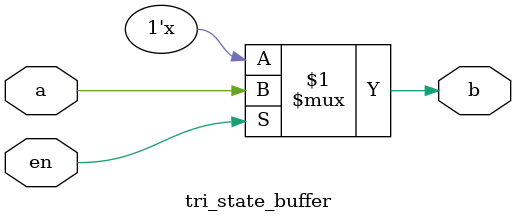
<source format=v>
`timescale 1ns / 1ps


module tri_state_buffer(
    input a,en,
    output b
    );
    
    assign b = (en) ? a : 1'bz;
    
endmodule

</source>
